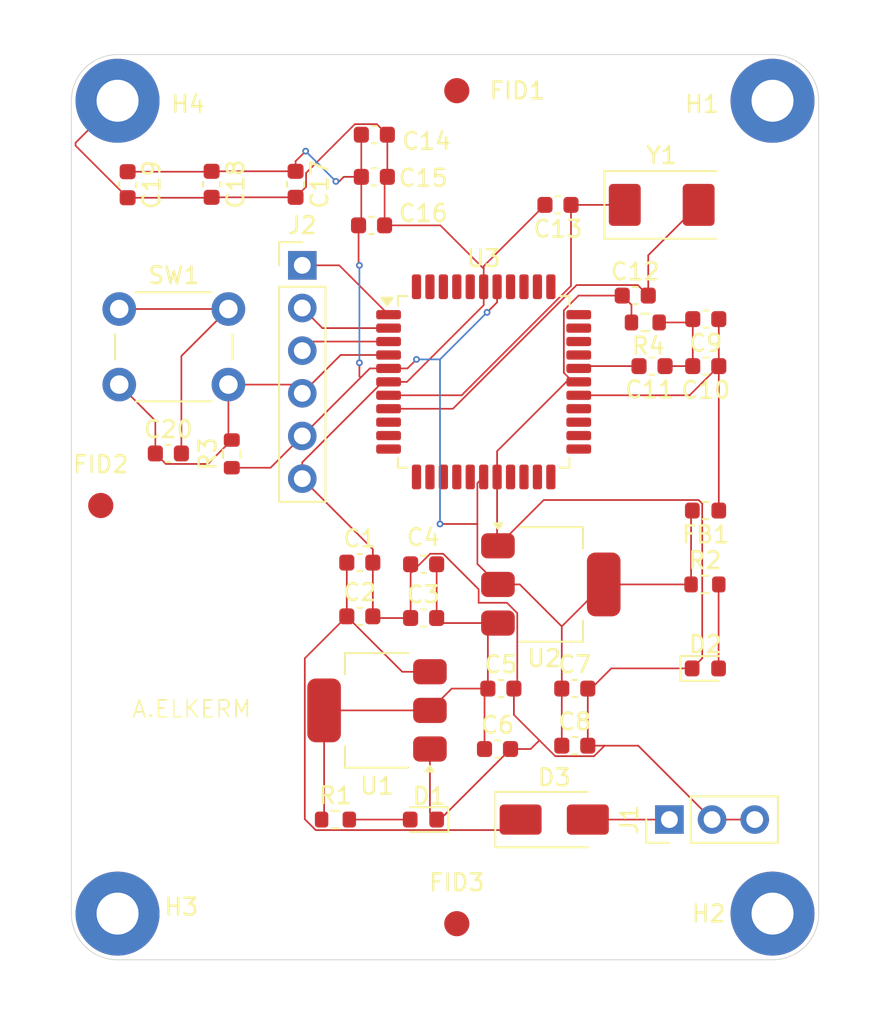
<source format=kicad_pcb>
(kicad_pcb (version 20241229) (generator "pcbnew") (generator_version "9.0")
  (layers (0 "F.Cu" signal) (4 "In1.Cu" power) (6 "In2.Cu" power) (2 "B.Cu" signal) (13 "F.Paste" user) (15 "B.Paste" user) (5 "F.SilkS" user "F.Silkscreen") (7 "B.SilkS" user "B.Silkscreen") (1 "F.Mask" user) (3 "B.Mask" user) (25 "Edge.Cuts" user))
  (net 0 "")
  (net 1 "Net-(D1-A)")
  (net 2 "+5VD")
  (net 3 "+3V3D")
  (net 4 "Net-(D2-A)")
  (net 5 "RST")
  (net 6 "GNDD")
  (net 7 "Net-(D3-K)")
  (net 8 "PD0{slash}RXD")
  (net 9 "PD4")
  (net 10 "PB0")
  (net 11 "PC2")
  (net 12 "PB2")
  (net 13 "PD7")
  (net 14 "PD3")
  (net 15 "PD5")
  (net 16 "PB5")
  (net 17 "PB3")
  (net 18 "PB1")
  (net 19 "PA6")
  (net 20 "PD1{slash}TXD")
  (net 21 "PC4")
  (net 22 "PD2")
  (net 23 "PA2")
  (net 24 "PC5")
  (net 25 "PC7")
  (net 26 "PA4")
  (net 27 "PC0{slash}SCL")
  (net 28 "PA7")
  (net 29 "Net-(U3-XTAL1)")
  (net 30 "PC3")
  (net 31 "Net-(U3-XTAL2)")
  (net 32 "PB4")
  (net 33 "PB7")
  (net 34 "PA0")
  (net 35 "PC1{slash}SDA")
  (net 36 "PD6")
  (net 37 "PA3")
  (net 38 "Net-(U3-AREF)")
  (net 39 "+3V3A")
  (net 40 "PA1")
  (net 41 "PA5")
  (net 42 "PB6")
  (net 43 "PC6")
  (net 44 "+9VD")
  (net 45 "Net-(C20-Pad2)")
  (net 46 "GNDA")
  (footprint "Capacitor_SMD:C_0603_1608Metric" (layer "F.Cu") (at 144.025 105.8)
    (property "Reference" "C7" (at 0 -1.43 0) (layer "F.SilkS"))
    (property "Value" "10uF")
    (fp_line (start -0.14058 -0.51) (end 0.14058 -0.51) (stroke (width 0.12)) (layer "F.SilkS"))
    (fp_line (start -0.14058 0.51) (end 0.14058 0.51) (stroke (width 0.12)) (layer "F.SilkS"))
    (pad "1" smd roundrect (at -0.775 0) (size 0.9 0.95) (layers "F.Cu" "F.Mask" "F.Paste") (net 3 "+3V3D"))
    (pad "2" smd roundrect (at 0.775 0) (size 0.9 0.95) (layers "F.Cu" "F.Mask" "F.Paste") (net 6 "GNDD"))
  )
  (footprint "Package_TO_SOT_SMD:SOT-223-3_TabPin2" (layer "F.Cu") (at 142.6 99.6)
    (property "Reference" "U2" (at -0.4 4.4 180) (layer "F.SilkS"))
    (property "Value" "LM1117MP-3.3" (hide yes))
    (fp_line (start -1.85 -3.41) (end 1.91 -3.41) (stroke (width 0.12)) (layer "F.SilkS"))
    (fp_line (start -1.85 3.41) (end 1.91 3.41) (stroke (width 0.12)) (layer "F.SilkS"))
    (fp_line (start 1.91 -3.41) (end 1.91 -2.15) (stroke (width 0.12)) (layer "F.SilkS"))
    (fp_line (start 1.91 3.41) (end 1.91 2.15) (stroke (width 0.12)) (layer "F.SilkS"))
    (fp_poly (pts (xy -3.13 -3.31) (xy -3.37 -3.64) (xy -2.89 -3.64) (xy -3.13 -3.31)) (stroke (width 0.12)) (fill yes) (layer "F.SilkS"))
    (pad "1" smd roundrect (at -3.15 -2.3) (size 2 1.5) (layers "F.Cu" "F.Mask" "F.Paste") (net 6 "GNDD"))
    (pad "2" smd roundrect (at -3.15 0) (size 2 1.5) (layers "F.Cu" "F.Mask" "F.Paste") (net 3 "+3V3D"))
    (pad "2" smd roundrect (at 3.15 0) (size 2 3.8) (layers "F.Cu" "F.Mask" "F.Paste") (net 3 "+3V3D"))
    (pad "3" smd roundrect (at -3.15 2.3) (size 2 1.5) (layers "F.Cu" "F.Mask" "F.Paste") (net 2 "+5VD"))
  )
  (footprint "Capacitor_SMD:C_0603_1608Metric" (layer "F.Cu") (at 132.09 72.82)
    (property "Reference" "C14" (at 3.11 0.38 0) (layer "F.SilkS"))
    (property "Value" "0.1uF")
    (fp_line (start -0.14058 -0.51) (end 0.14058 -0.51) (stroke (width 0.12)) (layer "F.SilkS"))
    (fp_line (start -0.14058 0.51) (end 0.14058 0.51) (stroke (width 0.12)) (layer "F.SilkS"))
    (pad "1" smd roundrect (at -0.775 0) (size 0.9 0.95) (layers "F.Cu" "F.Mask" "F.Paste") (net 3 "+3V3D"))
    (pad "2" smd roundrect (at 0.775 0) (size 0.9 0.95) (layers "F.Cu" "F.Mask" "F.Paste") (net 6 "GNDD"))
  )
  (footprint "Capacitor_SMD:C_0603_1608Metric" (layer "F.Cu") (at 143.025 77 180)
    (property "Reference" "C13" (at 0 -1.43 0) (layer "F.SilkS"))
    (property "Value" "22pF")
    (fp_line (start -0.14058 0.51) (end 0.14058 0.51) (stroke (width 0.12)) (layer "F.SilkS"))
    (fp_line (start -0.14058 -0.51) (end 0.14058 -0.51) (stroke (width 0.12)) (layer "F.SilkS"))
    (pad "1" smd roundrect (at -0.775 0 180) (size 0.9 0.95) (layers "F.Cu" "F.Mask" "F.Paste") (net 31 "Net-(U3-XTAL2)"))
    (pad "2" smd roundrect (at 0.775 0 180) (size 0.9 0.95) (layers "F.Cu" "F.Mask" "F.Paste") (net 6 "GNDD"))
  )
  (footprint "Resistor_SMD:R_0603_1608Metric" (layer "F.Cu") (at 151.775 99.6)
    (property "Reference" "R2" (at 0 -1.43 0) (layer "F.SilkS"))
    (property "Value" "3.3K")
    (fp_line (start -0.237258 -0.5225) (end 0.237258 -0.5225) (stroke (width 0.12)) (layer "F.SilkS"))
    (fp_line (start -0.237258 0.5225) (end 0.237258 0.5225) (stroke (width 0.12)) (layer "F.SilkS"))
    (pad "1" smd roundrect (at -0.825 0) (size 0.8 0.95) (layers "F.Cu" "F.Mask" "F.Paste") (net 3 "+3V3D"))
    (pad "2" smd roundrect (at 0.825 0) (size 0.8 0.95) (layers "F.Cu" "F.Mask" "F.Paste") (net 4 "Net-(D2-A)"))
  )
  (footprint "Capacitor_SMD:C_0603_1608Metric" (layer "F.Cu") (at 131.925 78.22)
    (property "Reference" "C16" (at 3.075 -0.73 0) (layer "F.SilkS"))
    (property "Value" "0.1uF")
    (fp_line (start -0.14058 -0.51) (end 0.14058 -0.51) (stroke (width 0.12)) (layer "F.SilkS"))
    (fp_line (start -0.14058 0.51) (end 0.14058 0.51) (stroke (width 0.12)) (layer "F.SilkS"))
    (pad "1" smd roundrect (at -0.775 0) (size 0.9 0.95) (layers "F.Cu" "F.Mask" "F.Paste") (net 3 "+3V3D"))
    (pad "2" smd roundrect (at 0.775 0) (size 0.9 0.95) (layers "F.Cu" "F.Mask" "F.Paste") (net 6 "GNDD"))
  )
  (footprint "Button_Switch_THT:SW_PUSH_6mm" (layer "F.Cu") (at 116.9 83.2)
    (property "Reference" "SW1" (at 3.25 -2 0) (layer "F.SilkS"))
    (property "Value" "RESET")
    (fp_line (start -0.25 1.5) (end -0.25 3) (stroke (width 0.12)) (layer "F.SilkS"))
    (fp_line (start 1 5.5) (end 5.5 5.5) (stroke (width 0.12)) (layer "F.SilkS"))
    (fp_line (start 5.5 -1) (end 1 -1) (stroke (width 0.12)) (layer "F.SilkS"))
    (fp_line (start 6.75 3) (end 6.75 1.5) (stroke (width 0.12)) (layer "F.SilkS"))
    (pad "1" thru_hole circle (at 0 0 90) (size 2 2) (drill 1.1) (layers "*.Cu" "*.Mask") (net 45 "Net-(C20-Pad2)"))
    (pad "1" thru_hole circle (at 6.5 0 90) (size 2 2) (drill 1.1) (layers "*.Cu" "*.Mask") (net 45 "Net-(C20-Pad2)"))
    (pad "2" thru_hole circle (at 0 4.5 90) (size 2 2) (drill 1.1) (layers "*.Cu" "*.Mask") (net 5 "RST"))
    (pad "2" thru_hole circle (at 6.5 4.5 90) (size 2 2) (drill 1.1) (layers "*.Cu" "*.Mask") (net 5 "RST"))
  )
  (footprint "Resistor_SMD:R_0603_1608Metric" (layer "F.Cu") (at 123.6 91.825 90)
    (property "Reference" "R3" (at 0 -1.43 90) (layer "F.SilkS"))
    (property "Value" "10K")
    (fp_line (start -0.237258 -0.5225) (end 0.237258 -0.5225) (stroke (width 0.12)) (layer "F.SilkS"))
    (fp_line (start -0.237258 0.5225) (end 0.237258 0.5225) (stroke (width 0.12)) (layer "F.SilkS"))
    (pad "1" smd roundrect (at -0.825 0 90) (size 0.8 0.95) (layers "F.Cu" "F.Mask" "F.Paste") (net 3 "+3V3D"))
    (pad "2" smd roundrect (at 0.825 0 90) (size 0.8 0.95) (layers "F.Cu" "F.Mask" "F.Paste") (net 5 "RST"))
  )
  (footprint "MountingHole:MountingHole_2.5mm_Pad" (layer "F.Cu") (at 155.8 70.8)
    (property "Reference" "H1" (at -4.2 0.2 0) (layer "F.SilkS"))
    (property "Value" "MountingHole_Pad" (hide yes))
    (pad "1" thru_hole circle (at 0 0) (size 5 5) (drill 2.5) (layers "*.Cu" "*.Mask") (net 6 "GNDD"))
  )
  (footprint "MountingHole:MountingHole_2.5mm_Pad" (layer "F.Cu") (at 116.8 119.2)
    (property "Reference" "H3" (at 3.8 -0.4 0) (layer "F.SilkS"))
    (property "Value" "MountingHole_Pad" (hide yes))
    (pad "1" thru_hole circle (at 0 0) (size 5 5) (drill 2.5) (layers "*.Cu" "*.Mask") (net 6 "GNDD"))
  )
  (footprint "Capacitor_SMD:C_0603_1608Metric" (layer "F.Cu") (at 132.09 75.33)
    (property "Reference" "C15" (at 2.91 0.07 0) (layer "F.SilkS"))
    (property "Value" "0.1uF")
    (fp_line (start -0.14058 -0.51) (end 0.14058 -0.51) (stroke (width 0.12)) (layer "F.SilkS"))
    (fp_line (start -0.14058 0.51) (end 0.14058 0.51) (stroke (width 0.12)) (layer "F.SilkS"))
    (pad "1" smd roundrect (at -0.775 0) (size 0.9 0.95) (layers "F.Cu" "F.Mask" "F.Paste") (net 3 "+3V3D"))
    (pad "2" smd roundrect (at 0.775 0) (size 0.9 0.95) (layers "F.Cu" "F.Mask" "F.Paste") (net 6 "GNDD"))
  )
  (footprint "Fiducial:Fiducial_1.5mm_Mask3mm" (layer "F.Cu") (at 137 70.2)
    (property "Reference" "FID1" (at 3.6 0 0) (layer "F.SilkS"))
    (property "Value" "Fiducial" (hide yes))
    (pad "" smd circle (at 0 0) (size 1.5 1.5) (layers "F.Cu" "F.Mask") (clearance 0.85))
  )
  (footprint "Resistor_SMD:R_0603_1608Metric" (layer "F.Cu") (at 148.225 84 180)
    (property "Reference" "R4" (at -0.175 -1.4 0) (layer "F.SilkS"))
    (property "Value" "0")
    (fp_line (start -0.237258 0.5225) (end 0.237258 0.5225) (stroke (width 0.12)) (layer "F.SilkS"))
    (fp_line (start -0.237258 -0.5225) (end 0.237258 -0.5225) (stroke (width 0.12)) (layer "F.SilkS"))
    (pad "1" smd roundrect (at -0.825 0 180) (size 0.8 0.95) (layers "F.Cu" "F.Mask" "F.Paste") (net 46 "GNDA"))
    (pad "2" smd roundrect (at 0.825 0 180) (size 0.8 0.95) (layers "F.Cu" "F.Mask" "F.Paste") (net 6 "GNDD"))
  )
  (footprint "Fiducial:Fiducial_1.5mm_Mask3mm" (layer "F.Cu") (at 115.8 94.9)
    (property "Reference" "FID2" (at 0 -2.45 0) (layer "F.SilkS"))
    (property "Value" "Fiducial" (hide yes))
    (pad "" smd circle (at 0 0) (size 1.5 1.5) (layers "F.Cu" "F.Mask") (clearance 0.85))
  )
  (footprint "Connector_PinHeader_2.54mm:PinHeader_1x06_P2.54mm_Vertical" (layer "F.Cu") (at 127.8 80.6)
    (property "Reference" "J2" (at 0 -2.38 0) (layer "F.SilkS"))
    (property "Value" "ICSP")
    (fp_line (start -1.38 -1.38) (end 0 -1.38) (stroke (width 0.12)) (layer "F.SilkS"))
    (fp_line (start -1.38 0) (end -1.38 -1.38) (stroke (width 0.12)) (layer "F.SilkS"))
    (fp_line (start -1.38 1.27) (end -1.38 14.08) (stroke (width 0.12)) (layer "F.SilkS"))
    (fp_line (start -1.38 1.27) (end 1.38 1.27) (stroke (width 0.12)) (layer "F.SilkS"))
    (fp_line (start -1.38 14.08) (end 1.38 14.08) (stroke (width 0.12)) (layer "F.SilkS"))
    (fp_line (start 1.38 1.27) (end 1.38 14.08) (stroke (width 0.12)) (layer "F.SilkS"))
    (pad "1" thru_hole rect (at 0 0) (size 1.7 1.7) (drill 1) (layers "*.Cu" "*.Mask") (net 16 "PB5"))
    (pad "2" thru_hole circle (at 0 2.54) (size 1.7 1.7) (drill 1) (layers "*.Cu" "*.Mask") (net 42 "PB6"))
    (pad "3" thru_hole circle (at 0 5.08) (size 1.7 1.7) (drill 1) (layers "*.Cu" "*.Mask") (net 33 "PB7"))
    (pad "4" thru_hole circle (at 0 7.62) (size 1.7 1.7) (drill 1) (layers "*.Cu" "*.Mask") (net 5 "RST"))
    (pad "5" thru_hole circle (at 0 10.16) (size 1.7 1.7) (drill 1) (layers "*.Cu" "*.Mask") (net 3 "+3V3D"))
    (pad "6" thru_hole circle (at 0 12.7) (size 1.7 1.7) (drill 1) (layers "*.Cu" "*.Mask") (net 6 "GNDD"))
  )
  (footprint "Package_TO_SOT_SMD:SOT-223-3_TabPin2" (layer "F.Cu") (at 132.25 107.1 180)
    (property "Reference" "U1" (at 0 -4.5 180) (layer "F.SilkS"))
    (property "Value" "LM1117MP-5.0" (hide yes))
    (fp_line (start 1.91 3.41) (end 1.91 2.15) (stroke (width 0.12)) (layer "F.SilkS"))
    (fp_line (start 1.91 -3.41) (end 1.91 -2.15) (stroke (width 0.12)) (layer "F.SilkS"))
    (fp_line (start -1.85 3.41) (end 1.91 3.41) (stroke (width 0.12)) (layer "F.SilkS"))
    (fp_line (start -1.85 -3.41) (end 1.91 -3.41) (stroke (width 0.12)) (layer "F.SilkS"))
    (fp_poly (pts (xy -3.13 -3.31) (xy -3.37 -3.64) (xy -2.89 -3.64) (xy -3.13 -3.31)) (stroke (width 0.12)) (fill yes) (layer "F.SilkS"))
    (pad "1" smd roundrect (at -3.15 -2.3 180) (size 2 1.5) (layers "F.Cu" "F.Mask" "F.Paste") (net 6 "GNDD"))
    (pad "2" smd roundrect (at -3.15 0 180) (size 2 1.5) (layers "F.Cu" "F.Mask" "F.Paste") (net 2 "+5VD"))
    (pad "2" smd roundrect (at 3.15 0 180) (size 2 3.8) (layers "F.Cu" "F.Mask" "F.Paste") (net 2 "+5VD"))
    (pad "3" smd roundrect (at -3.15 2.3 180) (size 2 1.5) (layers "F.Cu" "F.Mask" "F.Paste") (net 7 "Net-(D3-K)"))
  )
  (footprint "Crystal:Crystal_SMD_0603-2Pin_6.0x3.5mm" (layer "F.Cu") (at 149.2 77)
    (property "Reference" "Y1" (at 0 -2.95 0) (layer "F.SilkS"))
    (property "Value" "16MHz")
    (fp_line (start -3.41 -2.01) (end -3.41 2.01) (stroke (width 0.12)) (layer "F.SilkS"))
    (fp_line (start -3.41 2.01) (end 3.26 2.01) (stroke (width 0.12)) (layer "F.SilkS"))
    (fp_line (start 3.26 -2.01) (end -3.41 -2.01) (stroke (width 0.12)) (layer "F.SilkS"))
    (pad "1" smd roundrect (at -2.2 0) (size 1.9 2.5) (layers "F.Cu" "F.Mask" "F.Paste") (roundrect_rratio 0.131579) (net 31 "Net-(U3-XTAL2)"))
    (pad "2" smd roundrect (at 2.2 0) (size 1.9 2.5) (layers "F.Cu" "F.Mask" "F.Paste") (roundrect_rratio 0.131579) (net 29 "Net-(U3-XTAL1)"))
  )
  (footprint "Capacitor_SMD:C_0603_1608Metric" (layer "F.Cu") (at 131.225 101.5)
    (property "Reference" "C2" (at 0 -1.43 0) (layer "F.SilkS"))
    (property "Value" "0.1uF")
    (fp_line (start -0.14058 -0.51) (end 0.14058 -0.51) (stroke (width 0.12)) (layer "F.SilkS"))
    (fp_line (start -0.14058 0.51) (end 0.14058 0.51) (stroke (width 0.12)) (layer "F.SilkS"))
    (pad "1" smd roundrect (at -0.775 0) (size 0.9 0.95) (layers "F.Cu" "F.Mask" "F.Paste") (net 7 "Net-(D3-K)"))
    (pad "2" smd roundrect (at 0.775 0) (size 0.9 0.95) (layers "F.Cu" "F.Mask" "F.Paste") (net 6 "GNDD"))
  )
  (footprint "Capacitor_SMD:C_0603_1608Metric" (layer "F.Cu") (at 151.825 86.6 180)
    (property "Reference" "C10" (at 0 -1.43 0) (layer "F.SilkS"))
    (property "Value" "4.7uF")
    (fp_line (start -0.14058 0.51) (end 0.14058 0.51) (stroke (width 0.12)) (layer "F.SilkS"))
    (fp_line (start -0.14058 -0.51) (end 0.14058 -0.51) (stroke (width 0.12)) (layer "F.SilkS"))
    (pad "1" smd roundrect (at -0.775 0 180) (size 0.9 0.95) (layers "F.Cu" "F.Mask" "F.Paste") (net 39 "+3V3A"))
    (pad "2" smd roundrect (at 0.775 0 180) (size 0.9 0.95) (layers "F.Cu" "F.Mask" "F.Paste") (net 46 "GNDA"))
  )
  (footprint "Capacitor_SMD:C_0603_1608Metric" (layer "F.Cu") (at 148.625 86.6)
    (property "Reference" "C11" (at -0.14058 1.4 0) (layer "F.SilkS"))
    (property "Value" "0.1uF")
    (fp_line (start -0.14058 -0.51) (end 0.14058 -0.51) (stroke (width 0.12)) (layer "F.SilkS"))
    (fp_line (start -0.14058 0.51) (end 0.14058 0.51) (stroke (width 0.12)) (layer "F.SilkS"))
    (pad "1" smd roundrect (at -0.775 0) (size 0.9 0.95) (layers "F.Cu" "F.Mask" "F.Paste") (net 38 "Net-(U3-AREF)"))
    (pad "2" smd roundrect (at 0.775 0) (size 0.9 0.95) (layers "F.Cu" "F.Mask" "F.Paste") (net 46 "GNDA"))
  )
  (footprint "LED_SMD:LED_0603_1608Metric" (layer "F.Cu") (at 151.8 104.6)
    (property "Reference" "D2" (at 0 -1.43 0) (layer "F.SilkS"))
    (property "Value" "3V3PWRLED")
    (fp_line (start -1.485 -0.735) (end -1.485 0.735) (stroke (width 0.12)) (layer "F.SilkS"))
    (fp_line (start -1.485 0.735) (end 0.8 0.735) (stroke (width 0.12)) (layer "F.SilkS"))
    (fp_line (start 0.8 -0.735) (end -1.485 -0.735) (stroke (width 0.12)) (layer "F.SilkS"))
    (pad "1" smd roundrect (at -0.7875 0) (size 0.875 0.95) (layers "F.Cu" "F.Mask" "F.Paste") (net 6 "GNDD"))
    (pad "2" smd roundrect (at 0.7875 0) (size 0.875 0.95) (layers "F.Cu" "F.Mask" "F.Paste") (net 4 "Net-(D2-A)"))
  )
  (footprint "Capacitor_SMD:C_0603_1608Metric" (layer "F.Cu") (at 131.225 98.3)
    (property "Reference" "C1" (at 0 -1.43 0) (layer "F.SilkS"))
    (property "Value" "10uF")
    (fp_line (start -0.14058 -0.51) (end 0.14058 -0.51) (stroke (width 0.12)) (layer "F.SilkS"))
    (fp_line (start -0.14058 0.51) (end 0.14058 0.51) (stroke (width 0.12)) (layer "F.SilkS"))
    (pad "1" smd roundrect (at -0.775 0) (size 0.9 0.95) (layers "F.Cu" "F.Mask" "F.Paste") (net 7 "Net-(D3-K)"))
    (pad "2" smd roundrect (at 0.775 0) (size 0.9 0.95) (layers "F.Cu" "F.Mask" "F.Paste") (net 6 "GNDD"))
  )
  (footprint "Capacitor_SMD:C_0603_1608Metric" (layer "F.Cu") (at 122.4 75.775 -90)
    (property "Reference" "C18" (at 0 -1.43 90) (layer "F.SilkS"))
    (property "Value" "4.7uF")
    (fp_line (start -0.14058 0.51) (end 0.14058 0.51) (stroke (width 0.12)) (layer "F.SilkS"))
    (fp_line (start -0.14058 -0.51) (end 0.14058 -0.51) (stroke (width 0.12)) (layer "F.SilkS"))
    (pad "1" smd roundrect (at -0.775 0 270) (size 0.9 0.95) (layers "F.Cu" "F.Mask" "F.Paste") (net 3 "+3V3D"))
    (pad "2" smd roundrect (at 0.775 0 270) (size 0.9 0.95) (layers "F.Cu" "F.Mask" "F.Paste") (net 6 "GNDD"))
  )
  (footprint "Capacitor_SMD:C_0603_1608Metric" (layer "F.Cu") (at 119.825 91.8)
    (property "Reference" "C20" (at 0 -1.43 0) (layer "F.SilkS"))
    (property "Value" "0.1uF")
    (fp_line (start -0.14058 -0.51) (end 0.14058 -0.51) (stroke (width 0.12)) (layer "F.SilkS"))
    (fp_line (start -0.14058 0.51) (end 0.14058 0.51) (stroke (width 0.12)) (layer "F.SilkS"))
    (pad "1" smd roundrect (at -0.775 0) (size 0.9 0.95) (layers "F.Cu" "F.Mask" "F.Paste") (net 5 "RST"))
    (pad "2" smd roundrect (at 0.775 0) (size 0.9 0.95) (layers "F.Cu" "F.Mask" "F.Paste") (net 45 "Net-(C20-Pad2)"))
  )
  (footprint "LED_SMD:LED_0603_1608Metric" (layer "F.Cu") (at 135.0125 113.6 180)
    (property "Reference" "D1" (at -0.3425 1.4 0) (layer "F.SilkS"))
    (property "Value" "5VPWRLED")
    (fp_line (start 0.8 -0.735) (end -1.485 -0.735) (stroke (width 0.12)) (layer "F.SilkS"))
    (fp_line (start -1.485 0.735) (end 0.8 0.735) (stroke (width 0.12)) (layer "F.SilkS"))
    (fp_line (start -1.485 -0.735) (end -1.485 0.735) (stroke (width 0.12)) (layer "F.SilkS"))
    (pad "1" smd roundrect (at -0.7875 0 180) (size 0.875 0.95) (layers "F.Cu" "F.Mask" "F.Paste") (net 6 "GNDD"))
    (pad "2" smd roundrect (at 0.7875 0 180) (size 0.875 0.95) (layers "F.Cu" "F.Mask" "F.Paste") (net 1 "Net-(D1-A)"))
  )
  (footprint "Capacitor_SMD:C_0603_1608Metric" (layer "F.Cu") (at 139.625 105.8)
    (property "Reference" "C5" (at 0 -1.43 0) (layer "F.SilkS"))
    (property "Value" "10uF")
    (fp_line (start -0.14058 -0.51) (end 0.14058 -0.51) (stroke (width 0.12)) (layer "F.SilkS"))
    (fp_line (start -0.14058 0.51) (end 0.14058 0.51) (stroke (width 0.12)) (layer "F.SilkS"))
    (pad "1" smd roundrect (at -0.775 0) (size 0.9 0.95) (layers "F.Cu" "F.Mask" "F.Paste") (net 2 "+5VD"))
    (pad "2" smd roundrect (at 0.775 0) (size 0.9 0.95) (layers "F.Cu" "F.Mask" "F.Paste") (net 6 "GNDD"))
  )
  (footprint "Diode_SMD:D_SMA" (layer "F.Cu") (at 142.8 113.6)
    (property "Reference" "D3" (at 0 -2.5 0) (layer "F.SilkS"))
    (property "Value" "POTECTION")
    (fp_line (start -3.51 -1.65) (end -3.51 1.65) (stroke (width 0.12)) (layer "F.SilkS"))
    (fp_line (start -3.51 -1.65) (end 2 -1.65) (stroke (width 0.12)) (layer "F.SilkS"))
    (fp_line (start -3.51 1.65) (end 2 1.65) (stroke (width 0.12)) (layer "F.SilkS"))
    (pad "1" smd roundrect (at -2 0) (size 2.5 1.8) (layers "F.Cu" "F.Mask" "F.Paste") (roundrect_rratio 0.1388888889) (net 7 "Net-(D3-K)"))
    (pad "2" smd roundrect (at 2 0) (size 2.5 1.8) (layers "F.Cu" "F.Mask" "F.Paste") (roundrect_rratio 0.1388888889) (net 44 "+9VD"))
  )
  (footprint "Capacitor_SMD:C_0603_1608Metric" (layer "F.Cu") (at 135.025 101.6 180)
    (property "Reference" "C3" (at 0.025 1.4 0) (layer "F.SilkS"))
    (property "Value" "10uF")
    (fp_line (start -0.14058 0.51) (end 0.14058 0.51) (stroke (width 0.12)) (layer "F.SilkS"))
    (fp_line (start -0.14058 -0.51) (end 0.14058 -0.51) (stroke (width 0.12)) (layer "F.SilkS"))
    (pad "1" smd roundrect (at -0.775 0 180) (size 0.9 0.95) (layers "F.Cu" "F.Mask" "F.Paste") (net 2 "+5VD"))
    (pad "2" smd roundrect (at 0.775 0 180) (size 0.9 0.95) (layers "F.Cu" "F.Mask" "F.Paste") (net 6 "GNDD"))
  )
  (footprint "Capacitor_SMD:C_0603_1608Metric" (layer "F.Cu") (at 139.425 109.4)
    (property "Reference" "C6" (at 0 -1.43 0) (layer "F.SilkS"))
    (property "Value" "0.1uF")
    (fp_line (start -0.14058 -0.51) (end 0.14058 -0.51) (stroke (width 0.12)) (layer "F.SilkS"))
    (fp_line (start -0.14058 0.51) (end 0.14058 0.51) (stroke (width 0.12)) (layer "F.SilkS"))
    (pad "1" smd roundrect (at -0.775 0) (size 0.9 0.95) (layers "F.Cu" "F.Mask" "F.Paste") (net 2 "+5VD"))
    (pad "2" smd roundrect (at 0.775 0) (size 0.9 0.95) (layers "F.Cu" "F.Mask" "F.Paste") (net 6 "GNDD"))
  )
  (footprint "Package_QFP:TQFP-44_10x10mm_P0.8mm" (layer "F.Cu") (at 138.6 87.5375)
    (property "Reference" "U3" (at 0 -7.35 0) (layer "F.SilkS"))
    (property "Value" "ATmega32A-A")
    (fp_line (start -5.11 -5.11) (end -4.535 -5.11) (stroke (width 0.12)) (layer "F.SilkS"))
    (fp_line (start -5.11 -4.535) (end -5.11 -5.11) (stroke (width 0.12)) (layer "F.SilkS"))
    (fp_line (start -5.11 5.11) (end -5.11 4.535) (stroke (width 0.12)) (layer "F.SilkS"))
    (fp_line (start -4.535 5.11) (end -5.11 5.11) (stroke (width 0.12)) (layer "F.SilkS"))
    (fp_line (start 4.535 -5.11) (end 5.11 -5.11) (stroke (width 0.12)) (layer "F.SilkS"))
    (fp_line (start 5.11 -5.11) (end 5.11 -4.535) (stroke (width 0.12)) (layer "F.SilkS"))
    (fp_line (start 5.11 4.535) (end 5.11 5.11) (stroke (width 0.12)) (layer "F.SilkS"))
    (fp_line (start 5.11 5.11) (end 4.535 5.11) (stroke (width 0.12)) (layer "F.SilkS"))
    (fp_poly (pts (xy -5.75 -4.54) (xy -6.09 -5.01) (xy -5.41 -5.01)) (stroke (width 0.12)) (fill yes) (layer "F.SilkS"))
    (pad "1" smd roundrect (at -5.6625 -4) (size 1.475 0.55) (layers "F.Cu" "F.Mask" "F.Paste") (net 16 "PB5"))
    (pad "2" smd roundrect (at -5.6625 -3.2) (size 1.475 0.55) (layers "F.Cu" "F.Mask" "F.Paste") (net 42 "PB6"))
    (pad "3" smd roundrect (at -5.6625 -2.4) (size 1.475 0.55) (layers "F.Cu" "F.Mask" "F.Paste") (net 33 "PB7"))
    (pad "4" smd roundrect (at -5.6625 -1.6) (size 1.475 0.55) (layers "F.Cu" "F.Mask" "F.Paste") (net 5 "RST"))
    (pad "5" smd roundrect (at -5.6625 -0.8) (size 1.475 0.55) (layers "F.Cu" "F.Mask" "F.Paste") (net 3 "+3V3D"))
    (pad "6" smd roundrect (at -5.6625 0) (size 1.475 0.55) (layers "F.Cu" "F.Mask" "F.Paste") (net 6 "GNDD"))
    (pad "7" smd roundrect (at -5.6625 0.8) (size 1.475 0.55) (layers "F.Cu" "F.Mask" "F.Paste") (net 31 "Net-(U3-XTAL2)"))
    (pad "8" smd roundrect (at -5.6625 1.6) (size 1.475 0.55) (layers "F.Cu" "F.Mask" "F.Paste") (net 29 "Net-(U3-XTAL1)"))
    (pad "9" smd roundrect (at -5.6625 2.4) (size 1.475 0.55) (layers "F.Cu" "F.Mask" "F.Paste") (net 8 "PD0{slash}RXD"))
    (pad "10" smd roundrect (at -5.6625 3.2) (size 1.475 0.55) (layers "F.Cu" "F.Mask" "F.Paste") (net 20 "PD1{slash}TXD"))
    (pad "11" smd roundrect (at -5.6625 4) (size 1.475 0.55) (layers "F.Cu" "F.Mask" "F.Paste") (net 22 "PD2"))
    (pad "12" smd roundrect (at -4 5.6625) (size 0.55 1.475) (layers "F.Cu" "F.Mask" "F.Paste") (net 14 "PD3"))
    (pad "13" smd roundrect (at -3.2 5.6625) (size 0.55 1.475) (layers "F.Cu" "F.Mask" "F.Paste") (net 9 "PD4"))
    (pad "14" smd roundrect (at -2.4 5.6625) (size 0.55 1.475) (layers "F.Cu" "F.Mask" "F.Paste") (net 15 "PD5"))
    (pad "15" smd roundrect (at -1.6 5.6625) (size 0.55 1.475) (layers "F.Cu" "F.Mask" "F.Paste") (net 36 "PD6"))
    (pad "16" smd roundrect (at -0.8 5.6625) (size 0.55 1.475) (layers "F.Cu" "F.Mask" "F.Paste") (net 13 "PD7"))
    (pad "17" smd roundrect (at 0 5.6625) (size 0.55 1.475) (layers "F.Cu" "F.Mask" "F.Paste") (net 3 "+3V3D"))
    (pad "18" smd roundrect (at 0.8 5.6625) (size 0.55 1.475) (layers "F.Cu" "F.Mask" "F.Paste") (net 6 "GNDD"))
    (pad "19" smd roundrect (at 1.6 5.6625) (size 0.55 1.475) (layers "F.Cu" "F.Mask" "F.Paste") (net 27 "PC0{slash}SCL"))
    (pad "20" smd roundrect (at 2.4 5.6625) (size 0.55 1.475) (layers "F.Cu" "F.Mask" "F.Paste") (net 35 "PC1{slash}SDA"))
    (pad "21" smd roundrect (at 3.2 5.6625) (size 0.55 1.475) (layers "F.Cu" "F.Mask" "F.Paste") (net 11 "PC2"))
    (pad "22" smd roundrect (at 4 5.6625) (size 0.55 1.475) (layers "F.Cu" "F.Mask" "F.Paste") (net 30 "PC3"))
    (pad "23" smd roundrect (at 5.6625 4) (size 1.475 0.55) (layers "F.Cu" "F.Mask" "F.Paste") (net 21 "PC4"))
    (pad "24" smd roundrect (at 5.6625 3.2) (size 1.475 0.55) (layers "F.Cu" "F.Mask" "F.Paste") (net 24 "PC5"))
    (pad "25" smd roundrect (at 5.6625 2.4) (size 1.475 0.55) (layers "F.Cu" "F.Mask" "F.Paste") (net 43 "PC6"))
    (pad "26" smd roundrect (at 5.6625 1.6) (size 1.475 0.55) (layers "F.Cu" "F.Mask" "F.Paste") (net 25 "PC7"))
    (pad "27" smd roundrect (at 5.6625 0.8) (size 1.475 0.55) (layers "F.Cu" "F.Mask" "F.Paste") (net 39 "+3V3A"))
    (pad "28" smd roundrect (at 5.6625 0) (size 1.475 0.55) (layers "F.Cu" "F.Mask" "F.Paste") (net 6 "GNDD"))
    (pad "29" smd roundrect (at 5.6625 -0.8) (size 1.475 0.55) (layers "F.Cu" "F.Mask" "F.Paste") (net 38 "Net-(U3-AREF)"))
    (pad "30" smd roundrect (at 5.6625 -1.6) (size 1.475 0.55) (layers "F.Cu" "F.Mask" "F.Paste") (net 28 "PA7"))
    (pad "31" smd roundrect (at 5.6625 -2.4) (size 1.475 0.55) (layers "F.Cu" "F.Mask" "F.Paste") (net 19 "PA6"))
    (pad "32" smd roundrect (at 5.6625 -3.2) (size 1.475 0.55) (layers "F.Cu" "F.Mask" "F.Paste") (net 41 "PA5"))
    (pad "33" smd roundrect (at 5.6625 -4) (size 1.475 0.55) (layers "F.Cu" "F.Mask" "F.Paste") (net 26 "PA4"))
    (pad "34" smd roundrect (at 4 -5.6625) (size 0.55 1.475) (layers "F.Cu" "F.Mask" "F.Paste") (net 37 "PA3"))
    (pad "35" smd roundrect (at 3.2 -5.6625) (size 0.55 1.475) (layers "F.Cu" "F.Mask" "F.Paste") (net 23 "PA2"))
    (pad "36" smd roundrect (at 2.4 -5.6625) (size 0.55 1.475) (layers "F.Cu" "F.Mask" "F.Paste") (net 40 "PA1"))
    (pad "37" smd roundrect (at 1.6 -5.6625) (size 0.55 1.475) (layers "F.Cu" "F.Mask" "F.Paste") (net 34 "PA0"))
    (pad "38" smd roundrect (at 0.8 -5.6625) (size 0.55 1.475) (layers "F.Cu" "F.Mask" "F.Paste") (net 3 "+3V3D"))
    (pad "39" smd roundrect (at 0 -5.6625) (size 0.55 1.475) (layers "F.Cu" "F.Mask" "F.Paste") (net 6 "GNDD"))
    (pad "40" smd roundrect (at -0.8 -5.6625) (size 0.55 1.475) (layers "F.Cu" "F.Mask" "F.Paste") (net 10 "PB0"))
    (pad "41" smd roundrect (at -1.6 -5.6625) (size 0.55 1.475) (layers "F.Cu" "F.Mask" "F.Paste") (net 18 "PB1"))
    (pad "42" smd roundrect (at -2.4 -5.6625) (size 0.55 1.475) (layers "F.Cu" "F.Mask" "F.Paste") (net 12 "PB2"))
    (pad "43" smd roundrect (at -3.2 -5.6625) (size 0.55 1.475) (layers "F.Cu" "F.Mask" "F.Paste") (net 17 "PB3"))
    (pad "44" smd roundrect (at -4 -5.6625) (size 0.55 1.475) (layers "F.Cu" "F.Mask" "F.Paste") (net 32 "PB4"))
  )
  (footprint "Capacitor_SMD:C_0603_1608Metric" (layer "F.Cu") (at 144.025 109.2)
    (property "Reference" "C8" (at 0 -1.43 0) (layer "F.SilkS"))
    (property "Value" "0.1uF")
    (fp_line (start -0.14058 -0.51) (end 0.14058 -0.51) (stroke (width 0.12)) (layer "F.SilkS"))
    (fp_line (start -0.14058 0.51) (end 0.14058 0.51) (stroke (width 0.12)) (layer "F.SilkS"))
    (pad "1" smd roundrect (at -0.775 0) (size 0.9 0.95) (layers "F.Cu" "F.Mask" "F.Paste") (net 3 "+3V3D"))
    (pad "2" smd roundrect (at 0.775 0) (size 0.9 0.95) (layers "F.Cu" "F.Mask" "F.Paste") (net 6 "GNDD"))
  )
  (footprint "Capacitor_SMD:C_0603_1608Metric" (layer "F.Cu") (at 117.4 75.8 -90)
    (property "Reference" "C19" (at 0 -1.43 90) (layer "F.SilkS"))
    (property "Value" "4.7uF")
    (fp_line (start -0.14058 0.51) (end 0.14058 0.51) (stroke (width 0.12)) (layer "F.SilkS"))
    (fp_line (start -0.14058 -0.51) (end 0.14058 -0.51) (stroke (width 0.12)) (layer "F.SilkS"))
    (pad "1" smd roundrect (at -0.775 0 270) (size 0.9 0.95) (layers "F.Cu" "F.Mask" "F.Paste") (net 3 "+3V3D"))
    (pad "2" smd roundrect (at 0.775 0 270) (size 0.9 0.95) (layers "F.Cu" "F.Mask" "F.Paste") (net 6 "GNDD"))
  )
  (footprint "Capacitor_SMD:C_0603_1608Metric" (layer "F.Cu") (at 127.4 75.775 -90)
    (property "Reference" "C17" (at 0 -1.43 90) (layer "F.SilkS"))
    (property "Value" "4.7uF")
    (fp_line (start -0.14058 0.51) (end 0.14058 0.51) (stroke (width 0.12)) (layer "F.SilkS"))
    (fp_line (start -0.14058 -0.51) (end 0.14058 -0.51) (stroke (width 0.12)) (layer "F.SilkS"))
    (pad "1" smd roundrect (at -0.775 0 270) (size 0.9 0.95) (layers "F.Cu" "F.Mask" "F.Paste") (net 3 "+3V3D"))
    (pad "2" smd roundrect (at 0.775 0 270) (size 0.9 0.95) (layers "F.Cu" "F.Mask" "F.Paste") (net 6 "GNDD"))
  )
  (footprint "Inductor_SMD:L_0603_1608Metric" (layer "F.Cu") (at 151.8125 95.2 180)
    (property "Reference" "FB1" (at 0 -1.43 0) (layer "F.SilkS"))
    (property "Value" "1K")
    (fp_line (start -0.162779 0.51) (end 0.162779 0.51) (stroke (width 0.12)) (layer "F.SilkS"))
    (fp_line (start -0.162779 -0.51) (end 0.162779 -0.51) (stroke (width 0.12)) (layer "F.SilkS"))
    (pad "1" smd roundrect (at -0.7875 0 180) (size 0.875 0.95) (layers "F.Cu" "F.Mask" "F.Paste") (net 39 "+3V3A"))
    (pad "2" smd roundrect (at 0.7875 0 180) (size 0.875 0.95) (layers "F.Cu" "F.Mask" "F.Paste") (net 3 "+3V3D"))
  )
  (footprint "Fiducial:Fiducial_1.5mm_Mask3mm" (layer "F.Cu") (at 137 119.8)
    (property "Reference" "FID3" (at 0 -2.45 0) (layer "F.SilkS"))
    (property "Value" "Fiducial" (hide yes))
    (pad "" smd circle (at 0 0) (size 1.5 1.5) (layers "F.Cu" "F.Mask") (clearance 0.85))
  )
  (footprint "Resistor_SMD:R_0603_1608Metric" (layer "F.Cu") (at 129.775 113.6)
    (property "Reference" "R1" (at 0 -1.43 0) (layer "F.SilkS"))
    (property "Value" "4.7K")
    (fp_line (start -0.237258 -0.5225) (end 0.237258 -0.5225) (stroke (width 0.12)) (layer "F.SilkS"))
    (fp_line (start -0.237258 0.5225) (end 0.237258 0.5225) (stroke (width 0.12)) (layer "F.SilkS"))
    (pad "1" smd roundrect (at -0.825 0) (size 0.8 0.95) (layers "F.Cu" "F.Mask" "F.Paste") (net 2 "+5VD"))
    (pad "2" smd roundrect (at 0.825 0) (size 0.8 0.95) (layers "F.Cu" "F.Mask" "F.Paste") (net 1 "Net-(D1-A)"))
  )
  (footprint "Capacitor_SMD:C_0603_1608Metric" (layer "F.Cu") (at 151.825 83.8 180)
    (property "Reference" "C9" (at 0 -1.43 0) (layer "F.SilkS"))
    (property "Value" "0.1uF")
    (fp_line (start -0.14058 0.51) (end 0.14058 0.51) (stroke (width 0.12)) (layer "F.SilkS"))
    (fp_line (start -0.14058 -0.51) (end 0.14058 -0.51) (stroke (width 0.12)) (layer "F.SilkS"))
    (pad "1" smd roundrect (at -0.775 0 180) (size 0.9 0.95) (layers "F.Cu" "F.Mask" "F.Paste") (net 39 "+3V3A"))
    (pad "2" smd roundrect (at 0.775 0 180) (size 0.9 0.95) (layers "F.Cu" "F.Mask" "F.Paste") (net 46 "GNDA"))
  )
  (footprint "Capacitor_SMD:C_0603_1608Metric" (layer "F.Cu") (at 147.625 82.4)
    (property "Reference" "C12" (at 0 -1.43 0) (layer "F.SilkS"))
    (property "Value" "22pF")
    (fp_line (start -0.14058 -0.51) (end 0.14058 -0.51) (stroke (width 0.12)) (layer "F.SilkS"))
    (fp_line (start -0.14058 0.51) (end 0.14058 0.51) (stroke (width 0.12)) (layer "F.SilkS"))
    (pad "1" smd roundrect (at -0.775 0) (size 0.9 0.95) (layers "F.Cu" "F.Mask" "F.Paste") (net 6 "GNDD"))
    (pad "2" smd roundrect (at 0.775 0) (size 0.9 0.95) (layers "F.Cu" "F.Mask" "F.Paste") (net 29 "Net-(U3-XTAL1)"))
  )
  (footprint "Connector_PinHeader_2.54mm:PinHeader_1x03_P2.54mm_Vertical" (layer "F.Cu") (at 149.66 113.6 90)
    (property "Reference" "J1" (at 0 -2.38 90) (layer "F.SilkS"))
    (property "Value" "+9V DC IN")
    (fp_line (start -1.38 -1.38) (end 0 -1.38) (stroke (width 0.12)) (layer "F.SilkS"))
    (fp_line (start -1.38 0) (end -1.38 -1.38) (stroke (width 0.12)) (layer "F.SilkS"))
    (fp_line (start 1.38 1.27) (end 1.38 6.46) (stroke (width 0.12)) (layer "F.SilkS"))
    (fp_line (start -1.38 1.27) (end 1.38 1.27) (stroke (width 0.12)) (layer "F.SilkS"))
    (fp_line (start -1.38 1.27) (end -1.38 6.46) (stroke (width 0.12)) (layer "F.SilkS"))
    (fp_line (start -1.38 6.46) (end 1.38 6.46) (stroke (width 0.12)) (layer "F.SilkS"))
    (pad "1" thru_hole rect (at 0 0 90) (size 1.7 1.7) (drill 1) (layers "*.Cu" "*.Mask") (net 44 "+9VD"))
    (pad "2" thru_hole circle (at 0 2.54 90) (size 1.7 1.7) (drill 1) (layers "*.Cu" "*.Mask") (net 6 "GNDD"))
    (pad "3" thru_hole circle (at 0 5.08 90) (size 1.7 1.7) (drill 1) (layers "*.Cu" "*.Mask") (net 6 "GNDD"))
  )
  (footprint "MountingHole:MountingHole_2.5mm_Pad" (layer "F.Cu") (at 155.8 119.2)
    (property "Reference" "H2" (at -3.8 0 0) (layer "F.SilkS"))
    (property "Value" "MountingHole_Pad" (hide yes))
    (pad "1" thru_hole circle (at 0 0) (size 5 5) (drill 2.5) (layers "*.Cu" "*.Mask") (net 6 "GNDD"))
  )
  (footprint "MountingHole:MountingHole_2.5mm_Pad" (layer "F.Cu") (at 116.8 70.8)
    (property "Reference" "H4" (at 4.2 0.2 0) (layer "F.SilkS"))
    (property "Value" "MountingHole_Pad" (hide yes))
    (pad "1" thru_hole circle (at 0 0) (size 5 5) (drill 2.5) (layers "*.Cu" "*.Mask") (net 6 "GNDD"))
  )
  (footprint "Capacitor_SMD:C_0603_1608Metric" (layer "F.Cu") (at 135.025 98.4 180)
    (property "Reference" "C4" (at 0.025 1.6 0) (layer "F.SilkS"))
    (property "Value" "0.1uF")
    (fp_line (start -0.14058 0.51) (end 0.14058 0.51) (stroke (width 0.12)) (layer "F.SilkS"))
    (fp_line (start -0.14058 -0.51) (end 0.14058 -0.51) (stroke (width 0.12)) (layer "F.SilkS"))
    (pad "1" smd roundrect (at -0.775 0 180) (size 0.9 0.95) (layers "F.Cu" "F.Mask" "F.Paste") (net 2 "+5VD"))
    (pad "2" smd roundrect (at 0.775 0 180) (size 0.9 0.95) (layers "F.Cu" "F.Mask" "F.Paste") (net 6 "GNDD"))
  )
  (gr_arc (start 158.55 119.2) (mid 157.744544 121.144544) (end 155.8 121.95) (stroke (width 0.05)) (layer "Edge.Cuts"))
  (gr_line (start 114.05 70.8) (end 114.05 119.2) (stroke (width 0.05)) (layer "Edge.Cuts"))
  (gr_arc (start 116.8 121.95) (mid 114.855456 121.144544) (end 114.05 119.2) (stroke (width 0.05)) (layer "Edge.Cuts"))
  (gr_arc (start 114.05 70.8) (mid 114.855456 68.855456) (end 116.8 68.05) (stroke (width 0.05)) (layer "Edge.Cuts"))
  (gr_line (start 116.8 68.05) (end 155.8 68.05) (stroke (width 0.05)) (layer "Edge.Cuts"))
  (gr_line (start 116.8 121.95) (end 155.8 121.95) (stroke (width 0.05)) (layer "Edge.Cuts"))
  (gr_line (start 158.55 70.8) (end 158.55 119.2) (stroke (width 0.05)) (layer "Edge.Cuts"))
  (gr_arc (start 155.8 68.05) (mid 157.744544 68.855456) (end 158.55 70.8) (stroke (width 0.05)) (layer "Edge.Cuts"))
  (gr_text "A.ELKERM" (at 117.6 107.6 0) (layer "F.SilkS") (effects (font (size 1 1) (thickness 0.1)) (justify left bottom)))
  (segment (start 134.225 113.6) (end 130.6 113.6) (width 0.1) (layer "F.Cu") (net 1))
  (segment (start 138.85 102.5) (end 139.45 101.9) (width 0.1) (layer "F.Cu") (net 2))
  (segment (start 136.7 105.8) (end 135.4 107.1) (width 0.1) (layer "F.Cu") (net 2))
  (segment (start 129.1 113.45) (end 128.95 113.6) (width 0.1) (layer "F.Cu") (net 2))
  (segment (start 129.1 107.1) (end 129.1 113.45) (width 0.1) (layer "F.Cu") (net 2))
  (segment (start 138.65 106) (end 138.85 105.8) (width 0.1) (layer "F.Cu") (net 2))
  (segment (start 138.85 105.8) (end 136.7 105.8) (width 0.1) (layer "F.Cu") (net 2))
  (segment (start 136.1 101.9) (end 135.8 101.6) (width 0.1) (layer "F.Cu") (net 2))
  (segment (start 129.1 107.1) (end 135.4 107.1) (width 0.1) (layer "F.Cu") (net 2))
  (segment (start 139.45 101.9) (end 136.1 101.9) (width 0.1) (layer "F.Cu") (net 2))
  (segment (start 135.8 101.6) (end 135.8 98.4) (width 0.1) (layer "F.Cu") (net 2))
  (segment (start 138.85 105.8) (end 138.85 102.5) (width 0.1) (layer "F.Cu") (net 2))
  (segment (start 138.65 109.4) (end 138.65 106) (width 0.1) (layer "F.Cu") (net 2))
  (segment (start 131.315 72.82) (end 131.315 75.33) (width 0.1) (layer "F.Cu") (net 3))
  (segment (start 131.28 87.28) (end 131.8225 86.7375) (width 0.1) (layer "F.Cu") (net 3))
  (segment (start 123.6 92.65) (end 125.91 92.65) (width 0.1) (layer "F.Cu") (net 3))
  (segment (start 131.2 87.2) (end 131.28 87.28) (width 0.1) (layer "F.Cu") (net 3))
  (segment (start 127.8 90.76) (end 131.28 87.28) (width 0.1) (layer "F.Cu") (net 3))
  (segment (start 138.226 96) (end 138.226 93.574) (width 0.1) (layer "F.Cu") (net 3))
  (segment (start 131.15 78.22) (end 131.15 80.55) (width 0.1) (layer "F.Cu") (net 3))
  (segment (start 131.8225 86.7375) (end 132.9375 86.7375) (width 0.1) (layer "F.Cu") (net 3))
  (segment (start 139.45 99.6) (end 138.226 98.376) (width 0.1) (layer "F.Cu") (net 3))
  (segment (start 150.95 99.6) (end 145.75 99.6) (width 0.1) (layer "F.Cu") (net 3))
  (segment (start 138.226 93.574) (end 138.6 93.2) (width 0.1) (layer "F.Cu") (net 3))
  (segment (start 122.4 75) (end 127.4 75) (width 0.1) (layer "F.Cu") (net 3))
  (segment (start 143.25 105.8) (end 143.25 109.2) (width 0.1) (layer "F.Cu") (net 3))
  (segment (start 143.25 105.8) (end 143.25 102.1) (width 0.1) (layer "F.Cu") (net 3))
  (segment (start 130.27 75.33) (end 131.315 75.33) (width 0.1) (layer "F.Cu") (net 3))
  (segment (start 132.9375 86.7375) (end 134.0625 86.7375) (width 0.1) (layer "F.Cu") (net 3))
  (segment (start 129.8 75.6) (end 130 75.6) (width 0.1) (layer "F.Cu") (net 3))
  (segment (start 134.0625 86.7375) (end 134.6 86.2) (width 0.1) (layer "F.Cu") (net 3))
  (segment (start 125.91 92.65) (end 127.8 90.76) (width 0.1) (layer "F.Cu") (net 3))
  (segment (start 127.4 75) (end 127.4 74.4) (width 0.1) (layer "F.Cu") (net 3))
  (segment (start 127.4 74.4) (end 128 73.8) (width 0.1) (layer "F.Cu") (net 3))
  (segment (start 136 96) (end 138.226 96) (width 0.1) (layer "F.Cu") (net 3))
  (segment (start 122.375 75.025) (end 122.4 75) (width 0.1) (layer "F.Cu") (net 3))
  (segment (start 143.25 102.1) (end 145.75 99.6) (width 0.1) (layer "F.Cu") (net 3))
  (segment (start 139.4 82.8) (end 139.4 81.875) (width 0.1) (layer "F.Cu") (net 3))
  (segment (start 139.45 99.6) (end 140.75 99.6) (width 0.1) (layer "F.Cu") (net 3))
  (segment (start 140.75 99.6) (end 143.25 102.1) (width 0.1) (layer "F.Cu") (net 3))
  (segment (start 131.2 86.4) (end 131.2 87.2) (width 0.1) (layer "F.Cu") (net 3))
  (segment (start 138.226 98.376) (end 138.226 96) (width 0.1) (layer "F.Cu") (net 3))
  (segment (start 130 75.6) (end 130.27 75.33) (width 0.1) (layer "F.Cu") (net 3))
  (segment (start 138.8 83.4) (end 139.4 82.8) (width 0.1) (layer "F.Cu") (net 3))
  (segment (start 131.315 78.055) (end 131.15 78.22) (width 0.1) (layer "F.Cu") (net 3))
  (segment (start 150.95 99.6) (end 150.95 95.275) (width 0.1) (layer "F.Cu") (net 3))
  (segment (start 117.4 75.025) (end 122.375 75.025) (width 0.1) (layer "F.Cu") (net 3))
  (segment (start 150.95 95.275) (end 151.025 95.2) (width 0.1) (layer "F.Cu") (net 3))
  (segment (start 131.15 80.55) (end 131.2 80.6) (width 0.1) (layer "F.Cu") (net 3))
  (segment (start 131.315 75.33) (end 131.315 78.055) (width 0.1) (layer "F.Cu") (net 3))
  (via (at 134.6 86.2) (size 0.4) (drill 0.2) (layers "F.Cu" "B.Cu") (net 3))
  (via (at 131.2 86.4) (size 0.4) (drill 0.2) (layers "F.Cu" "B.Cu") (net 3))
  (via (at 138.8 83.4) (size 0.4) (drill 0.2) (layers "F.Cu" "B.Cu") (net 3))
  (via (at 136 96) (size 0.4) (drill 0.2) (layers "F.Cu" "B.Cu") (net 3))
  (via (at 131.2 80.6) (size 0.4) (drill 0.2) (layers "F.Cu" "B.Cu") (net 3))
  (via (at 129.8 75.6) (size 0.4) (drill 0.2) (layers "F.Cu" "B.Cu") (net 3))
  (via (at 128 73.8) (size 0.4) (drill 0.2) (layers "F.Cu" "B.Cu") (net 3))
  (segment (start 136 86.2) (end 136 96) (width 0.1) (layer "B.Cu") (net 3))
  (segment (start 131.2 80.6) (end 131.2 86.4) (width 0.1) (layer "B.Cu") (net 3))
  (segment (start 128 73.8) (end 129.8 75.6) (width 0.1) (layer "B.Cu") (net 3))
  (segment (start 136 86.2) (end 138.8 83.4) (width 0.1) (layer "B.Cu") (net 3))
  (segment (start 134.6 86.2) (end 136 86.2) (width 0.1) (layer "B.Cu") (net 3))
  (segment (start 152.5875 99.6125) (end 152.6 99.6) (width 0.1) (layer "F.Cu") (net 4))
  (segment (start 152.5875 104.6) (end 152.5875 99.6125) (width 0.1) (layer "F.Cu") (net 4))
  (segment (start 119.05 91.8) (end 119.676 92.426) (width 0.1) (layer "F.Cu") (net 5))
  (segment (start 127.28 87.7) (end 127.8 88.22) (width 0.1) (layer "F.Cu") (net 5))
  (segment (start 119.05 89.85) (end 119.05 91.8) (width 0.1) (layer "F.Cu") (net 5))
  (segment (start 127.8 88.22) (end 130.0825 85.9375) (width 0.1) (layer "F.Cu") (net 5))
  (segment (start 116.9 87.7) (end 119.05 89.85) (width 0.1) (layer "F.Cu") (net 5))
  (segment (start 123.4 90.8) (end 123.4 87.7) (width 0.1) (layer "F.Cu") (net 5))
  (segment (start 119.676 92.426) (end 122.174 92.426) (width 0.1) (layer "F.Cu") (net 5))
  (segment (start 122.174 92.426) (end 123.6 91) (width 0.1) (layer "F.Cu") (net 5))
  (segment (start 123.4 87.7) (end 127.28 87.7) (width 0.1) (layer "F.Cu") (net 5))
  (segment (start 130.0825 85.9375) (end 132.9375 85.9375) (width 0.1) (layer "F.Cu") (net 5))
  (segment (start 123.6 91) (end 123.4 90.8) (width 0.1) (layer "F.Cu") (net 5))
  (segment (start 141.918511 108.881489) (end 142.863022 109.826) (width 0.1) (layer "F.Cu") (net 6))
  (segment (start 114.300001 73.475001) (end 114.300001 73.299999) (width 0.1) (layer "F.Cu") (net 6))
  (segment (start 136.02 78.22) (end 138.6 80.8) (width 0.1) (layer "F.Cu") (net 6))
  (segment (start 138.6 80.65) (end 138.6 80.8) (width 0.1) (layer "F.Cu") (net 6))
  (segment (start 127.8 92.325688) (end 132.588188 87.5375) (width 0.1) (layer "F.Cu") (net 6))
  (segment (start 140.601 105.599) (end 140.4 105.8) (width 0.1) (layer "F.Cu") (net 6))
  (segment (start 143.913188 87.5375) (end 144.2625 87.5375) (width 0.1) (layer "F.Cu") (net 6))
  (segment (start 132 101.5) (end 132.1 101.5) (width 0.1) (layer "F.Cu") (net 6))
  (segment (start 141.4 109.4) (end 141.918511 108.881489) (width 0.1) (layer "F.Cu") (net 6))
  (segment (start 143.374 86.998312) (end 143.913188 87.5375) (width 0.1) (layer "F.Cu") (net 6))
  (segment (start 132.1 98.4) (end 132 98.3) (width 0.1) (layer "F.Cu") (net 6))
  (segment (start 147.4 84) (end 147.4 82.95) (width 0.1) (layer "F.Cu") (net 6))
  (segment (start 144.250688 82.4) (end 143.374 83.276688) (width 0.1) (layer "F.Cu") (net 6))
  (segment (start 132.2 101.6) (end 134.25 101.6) (width 0.1) (layer "F.Cu") (net 6))
  (segment (start 117.4 76.575) (end 114.300001 73.475001) (width 0.1) (layer "F.Cu") (net 6))
  (segment (start 139.4 93.2) (end 139.4 97.25) (width 0.1) (layer "F.Cu") (net 6))
  (segment (start 132.865 75.33) (end 132.865 75.465) (width 0.1) (layer "F.Cu") (net 6))
  (segment (start 139.4 93.2) (end 139.4 91.662501) (width 0.1) (layer "F.Cu") (net 6))
  (segment (start 140.2 109.4) (end 141.4 109.4) (width 0.1) (layer "F.Cu") (net 6))
  (segment (start 136 113.6) (end 140.2 109.4) (width 0.1) (layer "F.Cu") (net 6))
  (segment (start 139.4 97.25) (end 139.45 97.3) (width 0.1) (layer "F.Cu") (net 6))
  (segment (start 138.299 99.886022) (end 138.299 100.690876) (width 0.1) (layer "F.Cu") (net 6))
  (segment (start 151.0125 104.6) (end 151.6135 103.999) (width 0.1) (layer "F.Cu") (net 6))
  (segment (start 132.588188 87.5375) (end 132.9375 87.5375) (width 0.1) (layer "F.Cu") (net 6))
  (segment (start 128.026 75.924) (end 128.026 75.096022) (width 0.1) (layer "F.Cu") (net 6))
  (segment (start 143.374 83.276688) (end 143.374 86.998312) (width 0.1) (layer "F.Cu") (net 6))
  (segment (start 114.300001 73.299999) (end 116.8 70.8) (width 0.1) (layer "F.Cu") (net 6))
  (segment (start 117.4 76.575) (end 122.375 76.575) (width 0.1) (layer "F.Cu") (net 6))
  (segment (start 135.413022 97.774) (end 136.186978 97.774) (width 0.1) (layer "F.Cu") (net 6))
  (segment (start 139.4 91.662501) (end 143.525001 87.5375) (width 0.1) (layer "F.Cu") (net 6))
  (segment (start 127.4 76.55) (end 128.026 75.924) (width 0.1) (layer "F.Cu") (net 6))
  (segment (start 143.525001 87.5375) (end 144.2625 87.5375) (width 0.1) (layer "F.Cu") (net 6))
  (segment (start 140.4 107.362978) (end 141.918511 108.881489) (width 0.1) (layer "F.Cu") (net 6))
  (segment (start 134.25 98.937022) (end 135.413022 97.774) (width 0.1) (layer "F.Cu") (net 6))
  (segment (start 138.6 82.972312) (end 134.034812 87.5375) (width 0.1) (layer "F.Cu") (net 6))
  (segment (start 151.402968 94.574) (end 142.176 94.574) (width 0.1) (layer "F.Cu") (net 6))
  (segment (start 138.299 100.690876) (end 139.984752 100.690876) (width 0.1) (layer "F.Cu") (net 6))
  (segment (start 132.7 78.22) (end 136.02 78.22) (width 0.1) (layer "F.Cu") (net 6))
  (segment (start 140.601 101.307124) (end 140.601 105.599) (width 0.1) (layer "F.Cu") (net 6))
  (segment (start 144.8 109.2) (end 144.8 105.8) (width 0.1) (layer "F.Cu") (net 6))
  (segment (start 139.984752 100.690876) (end 140.601 101.307124) (width 0.1) (layer "F.Cu") (net 6))
  (segment (start 142.176 94.574) (end 139.45 97.3) (width 0.1) (layer "F.Cu") (net 6))
  (segment (start 145.8 109.2) (end 144.8 109.2) (width 0.1) (layer "F.Cu") (net 6))
  (segment (start 132 98.3) (end 132 97.5) (width 0.1) (layer "F.Cu") (net 6))
  (segment (start 151.6135 94.784532) (end 151.402968 94.574) (width 0.1) (layer "F.Cu") (net 6))
  (segment (start 152.2 113.6) (end 147.8 109.2) (width 0.1) (layer "F.Cu") (net 6))
  (segment (start 134.25 101.6) (end 134.25 98.937022) (width 0.1) (layer "F.Cu") (net 6))
  (segment (start 122.4 76.55) (end 127.4 76.55) (width 0.1) (layer "F.Cu") (net 6))
  (segment (start 135.4 109.4) (end 135.4 113.2) (width 0.1) (layer "F.Cu") (net 6))
  (segment (start 130.928022 72.194) (end 132.239 72.194) (width 0.1) (layer "F.Cu") (net 6))
  (segment (start 151.6135 103.999) (end 151.6135 94.784532) (width 0.1) (layer "F.Cu") (net 6))
  (segment (start 142.863022 109.826) (end 145.174 109.826) (width 0.1) (layer "F.Cu") (net 6))
  (segment (start 145.174 109.826) (end 145.8 109.2) (width 0.1) (layer "F.Cu") (net 6))
  (segment (start 132.865 75.465) (end 132.7 75.63) (width 0.1) (layer "F.Cu") (net 6))
  (segment (start 142.25 77) (end 138.6 80.65) (width 0.1) (layer "F.Cu") (net 6))
  (segment (start 146.2 104.6) (end 151.0125 104.6) (width 0.1) (layer "F.Cu") (net 6))
  (segment (start 132.7 75.63) (end 132.7 78.22) (width 0.1) (layer "F.Cu") (net 6))
  (segment (start 135.4 113.2) (end 135.8 113.6) (width 0.1) (layer "F.Cu") (net 6))
  (segment (start 132.865 72.82) (end 132.865 75.33) (width 0.1) (layer "F.Cu") (net 6))
  (segment (start 132.239 72.194) (end 132.865 72.82) (width 0.1) (layer "F.Cu") (net 6))
  (segment (start 135.8 113.6) (end 136 113.6) (width 0.1) (layer "F.Cu") (net 6))
  (segment (start 134.034812 87.5375) (end 132.9375 87.5375) (width 0.1) (layer "F.Cu") (net 6))
  (segment (start 132 98.3) (end 132 101.5) (width 0.1) (layer "F.Cu") (net 6))
  (segment (start 145 105.8) (end 146.2 104.6) (width 0.1) (layer "F.Cu") (net 6))
  (segment (start 136.186978 97.774) (end 138.299 99.886022) (width 0.1) (layer "F.Cu") (net 6))
  (segment (start 146.85 82.4) (end 144.250688 82.4) (width 0.1) (layer "F.Cu") (net 6))
  (segment (start 138.6 80.8) (end 138.6 81.875) (width 0.1) (layer "F.Cu") (net 6))
  (segment (start 127.8 93.3) (end 127.8 92.325688) (width 0.1) (layer "F.Cu") (net 6))
  (segment (start 147.4 82.95) (end 146.85 82.4) (width 0.1) (layer "F.Cu") (net 6))
  (segment (start 140.4 105.8) (end 140.4 107.362978) (width 0.1) (layer "F.Cu") (net 6))
  (segment (start 122.375 76.575) (end 122.4 76.55) (width 0.1) (layer "F.Cu") (net 6))
  (segment (start 147.8 109.2) (end 145.8 109.2) (width 0.1) (layer "F.Cu") (net 6))
  (segment (start 144.8 105.8) (end 145 105.8) (width 0.1) (layer "F.Cu") (net 6))
  (segment (start 138.6 81.875) (end 138.6 82.972312) (width 0.1) (layer "F.Cu") (net 6))
  (segment (start 132.1 101.5) (end 132.2 101.6) (width 0.1) (layer "F.Cu") (net 6))
  (segment (start 152.2 113.6) (end 154.74 113.6) (width 0.1) (layer "F.Cu") (net 6))
  (segment (start 132 97.5) (end 127.8 93.3) (width 0.1) (layer "F.Cu") (net 6))
  (segment (start 128.026 75.096022) (end 130.928022 72.194) (width 0.1) (layer "F.Cu") (net 6))
  (segment (start 128.599068 114.226) (end 140.174 114.226) (width 0.1) (layer "F.Cu") (net 7))
  (segment (start 127.949 104.001) (end 127.949 113.575932) (width 0.1) (layer "F.Cu") (net 7))
  (segment (start 127.949 113.575932) (end 128.599068 114.226) (width 0.1) (layer "F.Cu") (net 7))
  (segment (start 140.8 113) (end 140.8 113.6) (width 0.1) (layer "F.Cu") (net 7))
  (segment (start 133.75 104.8) (end 135.4 104.8) (width 0.1) (layer "F.Cu") (net 7))
  (segment (start 130.45 98.3) (end 130.45 101.5) (width 0.1) (layer "F.Cu") (net 7))
  (segment (start 130.45 101.5) (end 127.949 104.001) (width 0.1) (layer "F.Cu") (net 7))
  (segment (start 140.174 114.226) (end 140.8 113.6) (width 0.1) (layer "F.Cu") (net 7))
  (segment (start 130.45 101.5) (end 133.75 104.8) (width 0.1) (layer "F.Cu") (net 7))
  (segment (start 130 80.6) (end 132.9375 83.5375) (width 0.1) (layer "F.Cu") (net 16))
  (segment (start 127.8 80.6) (end 130 80.6) (width 0.1) (layer "F.Cu") (net 16))
  (segment (start 144.134568 81.774) (end 136.771068 89.1375) (width 0.1) (layer "F.Cu") (net 29))
  (segment (start 148.4 82.4) (end 147.774 81.774) (width 0.1) (layer "F.Cu") (net 29))
  (segment (start 136.771068 89.1375) (end 132.9375 89.1375) (width 0.1) (layer "F.Cu") (net 29))
  (segment (start 147.774 81.774) (end 144.134568 81.774) (width 0.1) (layer "F.Cu") (net 29))
  (segment (start 148.4 80) (end 151.4 77) (width 0.1) (layer "F.Cu") (net 29))
  (segment (start 148.4 82.4) (end 148.4 80) (width 0.1) (layer "F.Cu") (net 29))
  (segment (start 143.8 81.824312) (end 137.286812 88.3375) (width 0.1) (layer "F.Cu") (net 31))
  (segment (start 137.286812 88.3375) (end 132.9375 88.3375) (width 0.1) (layer "F.Cu") (net 31))
  (segment (start 147 77) (end 143.8 77) (width 0.1) (layer "F.Cu") (net 31))
  (segment (start 143.8 77) (end 143.8 81.824312) (width 0.1) (layer "F.Cu") (net 31))
  (segment (start 128.3425 85.1375) (end 132.9375 85.1375) (width 0.1) (layer "F.Cu") (net 33))
  (segment (start 127.8 85.68) (end 128.3425 85.1375) (width 0.1) (layer "F.Cu") (net 33))
  (segment (start 144.4 86.6) (end 144.2625 86.7375) (width 0.1) (layer "F.Cu") (net 38))
  (segment (start 147.85 86.6) (end 144.4 86.6) (width 0.1) (layer "F.Cu") (net 38))
  (segment (start 152.6 86.6) (end 150.8625 88.3375) (width 0.1) (layer "F.Cu") (net 39))
  (segment (start 152.6 83.8) (end 152.6 86.6) (width 0.1) (layer "F.Cu") (net 39))
  (segment (start 152.6 95.2) (end 152.6 86.6) (width 0.1) (layer "F.Cu") (net 39))
  (segment (start 150.8625 88.3375) (end 144.2625 88.3375) (width 0.1) (layer "F.Cu") (net 39))
  (segment (start 127.8 83.14) (end 128.9975 84.3375) (width 0.1) (layer "F.Cu") (net 42))
  (segment (start 128.9975 84.3375) (end 132.9375 84.3375) (width 0.1) (layer "F.Cu") (net 42))
  (segment (start 149.66 113.6) (end 144.8 113.6) (width 0.1) (layer "F.Cu") (net 44))
  (segment (start 116.9 83.2) (end 123.4 83.2) (width 0.1) (layer "F.Cu") (net 45))
  (segment (start 120.6 91.8) (end 120.6 86) (width 0.1) (layer "F.Cu") (net 45))
  (segment (start 120.6 86) (end 123.4 83.2) (width 0.1) (layer "F.Cu") (net 45))
  (segment (start 151.05 86.6) (end 151.05 83.8) (width 0.1) (layer "F.Cu") (net 46))
  (segment (start 149.4 86.6) (end 151.05 86.6) (width 0.1) (layer "F.Cu") (net 46))
  (segment (start 149.05 84) (end 150.85 84) (width 0.1) (layer "F.Cu") (net 46))
  (segment (start 150.85 84) (end 151.05 83.8) (width 0.1) (layer "F.Cu") (net 46))
)
</source>
